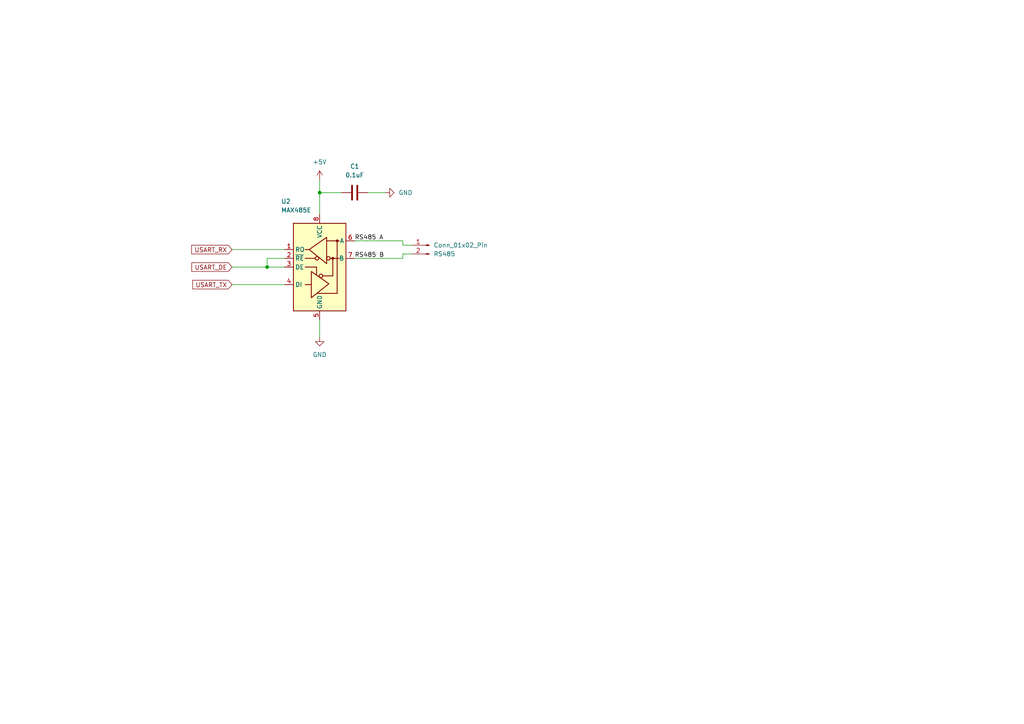
<source format=kicad_sch>
(kicad_sch (version 20231120) (generator "eeschema") (generator_version "8.0")
  (paper "A4")
  (lib_symbols
    (symbol "Connector:Conn_01x02_Pin" (pin_names (offset 1.016) hide)
      (property "Reference" "J" (at 0 2.54 0))
      (property "Value" "Conn_01x02_Pin" (at 0 -5.08 0))
      (symbol "Conn_01x02_Pin_1_1"
        (polyline (pts (xy 1.27 -2.54) (xy 0.8636 -2.54)) (stroke (width 0.1524)))
        (polyline (pts (xy 1.27 0) (xy 0.8636 0)) (stroke (width 0.1524)))
        (rectangle (start 0.8636 -2.413) (end 0 -2.667) (stroke (width 0.1524)) (fill (type outline)))
        (rectangle (start 0.8636 0.127) (end 0 -0.127) (stroke (width 0.1524)) (fill (type outline)))
        (pin passive line (at 5.08 0 180) (length 3.81) (name "Pin_1") (number "1"))
        (pin passive line (at 5.08 -2.54 180) (length 3.81) (name "Pin_2") (number "2"))
      )
    )
    (symbol "Device:C" (pin_numbers hide) (pin_names (offset 0.254))
      (property "Reference" "C" (at 0.635 2.54 0))
      (property "Value" "C" (at 0.635 -2.54 0))
      (symbol "C_0_1"
        (polyline (pts (xy -2.032 -0.762) (xy 2.032 -0.762)) (stroke (width 0.508)))
        (polyline (pts (xy -2.032 0.762) (xy 2.032 0.762)) (stroke (width 0.508)))
      )
      (symbol "C_1_1"
        (pin passive line (at 0 3.81 270) (length 2.794) (name "~") (number "1"))
        (pin passive line (at 0 -3.81 90) (length 2.794) (name "~") (number "2"))
      )
    )
    (symbol "Interface_UART:MAX485E"
      (property "Reference" "U" (at -6.985 13.97 0))
      (property "Value" "MAX485E" (at 1.905 13.97 0))
      (symbol "MAX485E_0_1"
        (rectangle (start -7.62 12.7) (end 7.62 -12.7) (stroke (width 0.254)) (fill (type background)))
        (polyline (pts (xy -4.191 2.54) (xy -1.27 2.54)) (stroke (width 0.254)))
        (polyline (pts (xy -2.54 -5.08) (xy -4.191 -5.08)) (stroke (width 0.254)))
        (polyline (pts (xy -0.635 -7.62) (xy 5.08 -7.62)) (stroke (width 0.254)))
        (polyline (pts (xy 0.889 -2.54) (xy 3.81 -2.54)) (stroke (width 0.254)))
        (polyline (pts (xy 2.032 7.62) (xy 5.715 7.62)) (stroke (width 0.254)))
        (polyline (pts (xy 3.048 2.54) (xy 5.715 2.54)) (stroke (width 0.254)))
        (polyline (pts (xy 3.81 -2.54) (xy 3.81 2.54)) (stroke (width 0.254)))
        (polyline (pts (xy 5.08 -7.62) (xy 5.08 7.62)) (stroke (width 0.254)))
        (polyline (pts (xy -4.191 0) (xy -0.889 0) (xy -0.889 -2.286)) (stroke (width 0.254)))
        (polyline (pts (xy -3.175 5.08) (xy -4.191 5.08) (xy -4.064 5.08)) (stroke (width 0.254)))
        (polyline (pts (xy -2.413 -5.08) (xy -2.413 -1.27) (xy 2.667 -4.826) (xy -2.413 -8.89) (xy -2.413 -5.08)) (stroke (width 0.254)))
        (circle (center 0.381 -2.54) (radius 0.508) (stroke (width 0.254)))
        (circle (center 3.81 2.54) (radius 0.2794) (stroke (width 0.254)) (fill (type outline)))
      )
      (symbol "MAX485E_1_1"
        (circle (center -0.762 2.54) (radius 0.508) (stroke (width 0.254)))
        (polyline (pts (xy 2.032 4.826) (xy 2.032 8.636) (xy -3.048 5.08) (xy 2.032 1.016) (xy 2.032 4.826)) (stroke (width 0.254)))
        (circle (center 2.54 2.54) (radius 0.508) (stroke (width 0.254)))
        (circle (center 5.08 7.62) (radius 0.2794) (stroke (width 0.254)) (fill (type outline)))
        (pin output line (at -10.16 5.08 0) (length 2.54) (name "RO") (number "1"))
        (pin input line (at -10.16 2.54 0) (length 2.54) (name "~{RE}") (number "2"))
        (pin input line (at -10.16 0 0) (length 2.54) (name "DE") (number "3"))
        (pin input line (at -10.16 -5.08 0) (length 2.54) (name "DI") (number "4"))
        (pin power_in line (at 0 -15.24 90) (length 2.54) (name "GND") (number "5"))
        (pin bidirectional line (at 10.16 7.62 180) (length 2.54) (name "A") (number "6"))
        (pin bidirectional line (at 10.16 2.54 180) (length 2.54) (name "B") (number "7"))
        (pin power_in line (at 0 15.24 270) (length 2.54) (name "VCC") (number "8"))
      )
    )
    (symbol "power:GND" (power) (pin_numbers hide) (pin_names (offset 0) hide)
      (property "Value" "GND" (at 0 -3.81 0))
      (symbol "GND_0_1"
        (polyline (pts (xy 0 0) (xy 0 -1.27) (xy 1.27 -1.27) (xy 0 -2.54) (xy -1.27 -1.27) (xy 0 -1.27)))
      )
      (symbol "GND_1_1"
        (pin power_in line (at 0 0 270) (length 0) (name "~") (number "1"))
      )
    )
    (symbol "power:VDD" (power) (pin_numbers hide) (pin_names (offset 0) hide)
      (property "Value" "VDD" (at 0 3.556 0))
      (symbol "VDD_0_1"
        (polyline (pts (xy -0.762 1.27) (xy 0 2.54)))
        (polyline (pts (xy 0 0) (xy 0 2.54)))
        (polyline (pts (xy 0 2.54) (xy 0.762 1.27)))
      )
      (symbol "VDD_1_1"
        (pin power_in line (at 0 0 90) (length 0) (name "~") (number "1"))
      )
    )
  )
  (junction (at 77.47 77.47))
  (junction (at 92.71 55.88))
  (wire (pts (xy 82.55 74.93) (xy 77.47 74.93)))
  (wire (pts (xy 67.31 72.39) (xy 82.55 72.39)))
  (wire (pts (xy 116.84 69.85) (xy 116.84 71.12)))
  (wire (pts (xy 116.84 71.12) (xy 119.38 71.12)))
  (wire (pts (xy 102.87 74.93) (xy 116.84 74.93)))
  (wire (pts (xy 77.47 77.47) (xy 82.55 77.47)))
  (wire (pts (xy 92.71 52.07) (xy 92.71 55.88)))
  (wire (pts (xy 67.31 82.55) (xy 82.55 82.55)))
  (wire (pts (xy 67.31 77.47) (xy 77.47 77.47)))
  (wire (pts (xy 116.84 74.93) (xy 116.84 73.66)))
  (wire (pts (xy 92.71 92.71) (xy 92.71 97.79)))
  (wire (pts (xy 116.84 73.66) (xy 119.38 73.66)))
  (wire (pts (xy 77.47 74.93) (xy 77.47 77.47)))
  (wire (pts (xy 92.71 55.88) (xy 99.06 55.88)))
  (wire (pts (xy 106.68 55.88) (xy 111.76 55.88)))
  (wire (pts (xy 92.71 55.88) (xy 92.71 62.23)))
  (wire (pts (xy 102.87 69.85) (xy 116.84 69.85)))
  (label "RS485 B" (at 102.87 74.93 0))
  (label "RS485 A" (at 102.87 69.85 0))
  (global_label "USART_DE" (shape input) (at 67.31 77.47 180) (property "Intersheetrefs" "${INTERSHEET_REFS}" (effects (hide yes))))
  (global_label "USART_RX" (shape input) (at 67.31 72.39 180) (property "Intersheetrefs" "${INTERSHEET_REFS}" (effects (hide yes))))
  (global_label "USART_TX" (shape input) (at 67.31 82.55 180) (property "Intersheetrefs" "${INTERSHEET_REFS}" (effects (hide yes))))
  (symbol (lib_id "power:GND") (at 111.76 55.88 90) (unit 1)
    (property "Reference" "#PWR032" (effects (hide yes)))
    (property "Value" "GND" (at 115.57 55.8799 90) (effects (justify right)))
    (property "Description" "Power symbol creates a global label with name \"GND\" , ground" (effects (hide yes)))
  )
  (symbol (lib_id "Interface_UART:MAX485E") (at 92.71 77.47 0) (unit 1)
    (property "Reference" "U2" (at 81.534 58.42 0) (effects (justify left)))
    (property "Value" "MAX485E" (at 81.534 60.96 0) (effects (justify left)))
    (property "Footprint" "Package_SO:SO-8_3.9x4.9mm_P1.27mm" (effects (hide yes)))
    (property "Datasheet" "https://datasheets.maximintegrated.com/en/ds/MAX1487E-MAX491E.pdf" (effects (hide yes)))
    (property "Description" "Half duplex RS-485/RS-422, 2.5 Mbps, ±15kV electro-static discharge (ESD) protection, no slew-rate, no low-power shutdown, with receiver/driver enable, 32 receiver drive capability, DIP-8 and SOIC-8" (effects (hide yes)))
  )
  (symbol (lib_id "Device:C") (at 102.87 55.88 90) (unit 1)
    (property "Reference" "C1" (at 102.87 48.26 90))
    (property "Value" "0.1uF" (at 102.87 50.8 90))
    (property "Footprint" "Capacitor_SMD:C_0805_2012Metric" (effects (hide yes)))
    (property "Description" "Unpolarized capacitor" (effects (hide yes)))
  )
  (symbol (lib_id "Connector:Conn_01x02_Pin") (at 124.46 71.12 0) (mirror y) (unit 1)
    (property "Reference" "RS485" (at 125.73 73.6601 0) (effects (justify right)))
    (property "Value" "Conn_01x02_Pin" (at 125.73 71.1201 0) (effects (justify right)))
    (property "Footprint" "01_myLibrary:TerminalBlock 45 degrees, pitch 3.5mm, 2 pins, WAGO 250-102 000-012" (effects (hide yes)))
    (property "Description" "Generic connector, single row, 01x02, script generated" (effects (hide yes)))
  )
  (symbol (lib_id "power:GND") (at 92.71 97.79 0) (unit 1)
    (property "Reference" "#PWR033" (effects (hide yes)))
    (property "Value" "GND" (at 92.71 102.87 0))
    (property "Description" "Power symbol creates a global label with name \"GND\" , ground" (effects (hide yes)))
  )
  (symbol (lib_id "power:VDD") (at 92.71 52.07 0) (unit 1)
    (property "Reference" "#PWR031" (effects (hide yes)))
    (property "Value" "+5V" (at 92.71 46.99 0))
    (property "Description" "Power symbol creates a global label with name \"VDD\"" (effects (hide yes)))
  )
)
</source>
